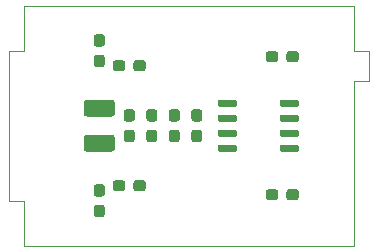
<source format=gbr>
%TF.GenerationSoftware,KiCad,Pcbnew,(5.1.9)-1*%
%TF.CreationDate,2021-08-02T18:10:52+02:00*%
%TF.ProjectId,10_Audio_Facile,31305f41-7564-4696-9f5f-466163696c65,rev?*%
%TF.SameCoordinates,Original*%
%TF.FileFunction,Paste,Top*%
%TF.FilePolarity,Positive*%
%FSLAX46Y46*%
G04 Gerber Fmt 4.6, Leading zero omitted, Abs format (unit mm)*
G04 Created by KiCad (PCBNEW (5.1.9)-1) date 2021-08-02 18:10:52*
%MOMM*%
%LPD*%
G01*
G04 APERTURE LIST*
%TA.AperFunction,Profile*%
%ADD10C,0.050000*%
%TD*%
G04 APERTURE END LIST*
D10*
X130810000Y-67310000D02*
X129540000Y-67310000D01*
X130810000Y-64770000D02*
X130810000Y-67310000D01*
X129540000Y-64770000D02*
X130810000Y-64770000D01*
X129540000Y-60960000D02*
X129540000Y-64770000D01*
X129540000Y-67310000D02*
X129540000Y-81280000D01*
X101600000Y-60960000D02*
X129540000Y-60960000D01*
X101600000Y-77470000D02*
X101600000Y-81280000D01*
X100330000Y-77470000D02*
X101600000Y-77470000D01*
X101600000Y-60960000D02*
X101600000Y-64770000D01*
X101600000Y-64770000D02*
X100330000Y-64770000D01*
X129540000Y-81280000D02*
X101600000Y-81280000D01*
X100330000Y-77470000D02*
X100330000Y-64770000D01*
%TO.C,C1*%
G36*
G01*
X109025000Y-70345000D02*
X106875000Y-70345000D01*
G75*
G02*
X106625000Y-70095000I0J250000D01*
G01*
X106625000Y-69170000D01*
G75*
G02*
X106875000Y-68920000I250000J0D01*
G01*
X109025000Y-68920000D01*
G75*
G02*
X109275000Y-69170000I0J-250000D01*
G01*
X109275000Y-70095000D01*
G75*
G02*
X109025000Y-70345000I-250000J0D01*
G01*
G37*
G36*
G01*
X109025000Y-73320000D02*
X106875000Y-73320000D01*
G75*
G02*
X106625000Y-73070000I0J250000D01*
G01*
X106625000Y-72145000D01*
G75*
G02*
X106875000Y-71895000I250000J0D01*
G01*
X109025000Y-71895000D01*
G75*
G02*
X109275000Y-72145000I0J-250000D01*
G01*
X109275000Y-73070000D01*
G75*
G02*
X109025000Y-73320000I-250000J0D01*
G01*
G37*
%TD*%
%TO.C,C2*%
G36*
G01*
X110727500Y-70770000D02*
X110252500Y-70770000D01*
G75*
G02*
X110015000Y-70532500I0J237500D01*
G01*
X110015000Y-69957500D01*
G75*
G02*
X110252500Y-69720000I237500J0D01*
G01*
X110727500Y-69720000D01*
G75*
G02*
X110965000Y-69957500I0J-237500D01*
G01*
X110965000Y-70532500D01*
G75*
G02*
X110727500Y-70770000I-237500J0D01*
G01*
G37*
G36*
G01*
X110727500Y-72520000D02*
X110252500Y-72520000D01*
G75*
G02*
X110015000Y-72282500I0J237500D01*
G01*
X110015000Y-71707500D01*
G75*
G02*
X110252500Y-71470000I237500J0D01*
G01*
X110727500Y-71470000D01*
G75*
G02*
X110965000Y-71707500I0J-237500D01*
G01*
X110965000Y-72282500D01*
G75*
G02*
X110727500Y-72520000I-237500J0D01*
G01*
G37*
%TD*%
%TO.C,C3*%
G36*
G01*
X112632500Y-70770000D02*
X112157500Y-70770000D01*
G75*
G02*
X111920000Y-70532500I0J237500D01*
G01*
X111920000Y-69957500D01*
G75*
G02*
X112157500Y-69720000I237500J0D01*
G01*
X112632500Y-69720000D01*
G75*
G02*
X112870000Y-69957500I0J-237500D01*
G01*
X112870000Y-70532500D01*
G75*
G02*
X112632500Y-70770000I-237500J0D01*
G01*
G37*
G36*
G01*
X112632500Y-72520000D02*
X112157500Y-72520000D01*
G75*
G02*
X111920000Y-72282500I0J237500D01*
G01*
X111920000Y-71707500D01*
G75*
G02*
X112157500Y-71470000I237500J0D01*
G01*
X112632500Y-71470000D01*
G75*
G02*
X112870000Y-71707500I0J-237500D01*
G01*
X112870000Y-72282500D01*
G75*
G02*
X112632500Y-72520000I-237500J0D01*
G01*
G37*
%TD*%
%TO.C,C4*%
G36*
G01*
X114537500Y-70770000D02*
X114062500Y-70770000D01*
G75*
G02*
X113825000Y-70532500I0J237500D01*
G01*
X113825000Y-69957500D01*
G75*
G02*
X114062500Y-69720000I237500J0D01*
G01*
X114537500Y-69720000D01*
G75*
G02*
X114775000Y-69957500I0J-237500D01*
G01*
X114775000Y-70532500D01*
G75*
G02*
X114537500Y-70770000I-237500J0D01*
G01*
G37*
G36*
G01*
X114537500Y-72520000D02*
X114062500Y-72520000D01*
G75*
G02*
X113825000Y-72282500I0J237500D01*
G01*
X113825000Y-71707500D01*
G75*
G02*
X114062500Y-71470000I237500J0D01*
G01*
X114537500Y-71470000D01*
G75*
G02*
X114775000Y-71707500I0J-237500D01*
G01*
X114775000Y-72282500D01*
G75*
G02*
X114537500Y-72520000I-237500J0D01*
G01*
G37*
%TD*%
%TO.C,C5*%
G36*
G01*
X116442500Y-70770000D02*
X115967500Y-70770000D01*
G75*
G02*
X115730000Y-70532500I0J237500D01*
G01*
X115730000Y-69957500D01*
G75*
G02*
X115967500Y-69720000I237500J0D01*
G01*
X116442500Y-69720000D01*
G75*
G02*
X116680000Y-69957500I0J-237500D01*
G01*
X116680000Y-70532500D01*
G75*
G02*
X116442500Y-70770000I-237500J0D01*
G01*
G37*
G36*
G01*
X116442500Y-72520000D02*
X115967500Y-72520000D01*
G75*
G02*
X115730000Y-72282500I0J237500D01*
G01*
X115730000Y-71707500D01*
G75*
G02*
X115967500Y-71470000I237500J0D01*
G01*
X116442500Y-71470000D01*
G75*
G02*
X116680000Y-71707500I0J-237500D01*
G01*
X116680000Y-72282500D01*
G75*
G02*
X116442500Y-72520000I-237500J0D01*
G01*
G37*
%TD*%
%TO.C,C6*%
G36*
G01*
X108187500Y-64420000D02*
X107712500Y-64420000D01*
G75*
G02*
X107475000Y-64182500I0J237500D01*
G01*
X107475000Y-63607500D01*
G75*
G02*
X107712500Y-63370000I237500J0D01*
G01*
X108187500Y-63370000D01*
G75*
G02*
X108425000Y-63607500I0J-237500D01*
G01*
X108425000Y-64182500D01*
G75*
G02*
X108187500Y-64420000I-237500J0D01*
G01*
G37*
G36*
G01*
X108187500Y-66170000D02*
X107712500Y-66170000D01*
G75*
G02*
X107475000Y-65932500I0J237500D01*
G01*
X107475000Y-65357500D01*
G75*
G02*
X107712500Y-65120000I237500J0D01*
G01*
X108187500Y-65120000D01*
G75*
G02*
X108425000Y-65357500I0J-237500D01*
G01*
X108425000Y-65932500D01*
G75*
G02*
X108187500Y-66170000I-237500J0D01*
G01*
G37*
%TD*%
%TO.C,C7*%
G36*
G01*
X123794000Y-77199500D02*
X123794000Y-76724500D01*
G75*
G02*
X124031500Y-76487000I237500J0D01*
G01*
X124606500Y-76487000D01*
G75*
G02*
X124844000Y-76724500I0J-237500D01*
G01*
X124844000Y-77199500D01*
G75*
G02*
X124606500Y-77437000I-237500J0D01*
G01*
X124031500Y-77437000D01*
G75*
G02*
X123794000Y-77199500I0J237500D01*
G01*
G37*
G36*
G01*
X122044000Y-77199500D02*
X122044000Y-76724500D01*
G75*
G02*
X122281500Y-76487000I237500J0D01*
G01*
X122856500Y-76487000D01*
G75*
G02*
X123094000Y-76724500I0J-237500D01*
G01*
X123094000Y-77199500D01*
G75*
G02*
X122856500Y-77437000I-237500J0D01*
G01*
X122281500Y-77437000D01*
G75*
G02*
X122044000Y-77199500I0J237500D01*
G01*
G37*
%TD*%
%TO.C,C8*%
G36*
G01*
X123794000Y-65515500D02*
X123794000Y-65040500D01*
G75*
G02*
X124031500Y-64803000I237500J0D01*
G01*
X124606500Y-64803000D01*
G75*
G02*
X124844000Y-65040500I0J-237500D01*
G01*
X124844000Y-65515500D01*
G75*
G02*
X124606500Y-65753000I-237500J0D01*
G01*
X124031500Y-65753000D01*
G75*
G02*
X123794000Y-65515500I0J237500D01*
G01*
G37*
G36*
G01*
X122044000Y-65515500D02*
X122044000Y-65040500D01*
G75*
G02*
X122281500Y-64803000I237500J0D01*
G01*
X122856500Y-64803000D01*
G75*
G02*
X123094000Y-65040500I0J-237500D01*
G01*
X123094000Y-65515500D01*
G75*
G02*
X122856500Y-65753000I-237500J0D01*
G01*
X122281500Y-65753000D01*
G75*
G02*
X122044000Y-65515500I0J237500D01*
G01*
G37*
%TD*%
%TO.C,C9*%
G36*
G01*
X108187500Y-77120000D02*
X107712500Y-77120000D01*
G75*
G02*
X107475000Y-76882500I0J237500D01*
G01*
X107475000Y-76307500D01*
G75*
G02*
X107712500Y-76070000I237500J0D01*
G01*
X108187500Y-76070000D01*
G75*
G02*
X108425000Y-76307500I0J-237500D01*
G01*
X108425000Y-76882500D01*
G75*
G02*
X108187500Y-77120000I-237500J0D01*
G01*
G37*
G36*
G01*
X108187500Y-78870000D02*
X107712500Y-78870000D01*
G75*
G02*
X107475000Y-78632500I0J237500D01*
G01*
X107475000Y-78057500D01*
G75*
G02*
X107712500Y-77820000I237500J0D01*
G01*
X108187500Y-77820000D01*
G75*
G02*
X108425000Y-78057500I0J-237500D01*
G01*
X108425000Y-78632500D01*
G75*
G02*
X108187500Y-78870000I-237500J0D01*
G01*
G37*
%TD*%
%TO.C,FB1*%
G36*
G01*
X110140000Y-65802500D02*
X110140000Y-66277500D01*
G75*
G02*
X109902500Y-66515000I-237500J0D01*
G01*
X109327500Y-66515000D01*
G75*
G02*
X109090000Y-66277500I0J237500D01*
G01*
X109090000Y-65802500D01*
G75*
G02*
X109327500Y-65565000I237500J0D01*
G01*
X109902500Y-65565000D01*
G75*
G02*
X110140000Y-65802500I0J-237500D01*
G01*
G37*
G36*
G01*
X111890000Y-65802500D02*
X111890000Y-66277500D01*
G75*
G02*
X111652500Y-66515000I-237500J0D01*
G01*
X111077500Y-66515000D01*
G75*
G02*
X110840000Y-66277500I0J237500D01*
G01*
X110840000Y-65802500D01*
G75*
G02*
X111077500Y-65565000I237500J0D01*
G01*
X111652500Y-65565000D01*
G75*
G02*
X111890000Y-65802500I0J-237500D01*
G01*
G37*
%TD*%
%TO.C,FB2*%
G36*
G01*
X110140000Y-75962500D02*
X110140000Y-76437500D01*
G75*
G02*
X109902500Y-76675000I-237500J0D01*
G01*
X109327500Y-76675000D01*
G75*
G02*
X109090000Y-76437500I0J237500D01*
G01*
X109090000Y-75962500D01*
G75*
G02*
X109327500Y-75725000I237500J0D01*
G01*
X109902500Y-75725000D01*
G75*
G02*
X110140000Y-75962500I0J-237500D01*
G01*
G37*
G36*
G01*
X111890000Y-75962500D02*
X111890000Y-76437500D01*
G75*
G02*
X111652500Y-76675000I-237500J0D01*
G01*
X111077500Y-76675000D01*
G75*
G02*
X110840000Y-76437500I0J237500D01*
G01*
X110840000Y-75962500D01*
G75*
G02*
X111077500Y-75725000I237500J0D01*
G01*
X111652500Y-75725000D01*
G75*
G02*
X111890000Y-75962500I0J-237500D01*
G01*
G37*
%TD*%
%TO.C,U1*%
G36*
G01*
X119612000Y-72875000D02*
X119612000Y-73175000D01*
G75*
G02*
X119462000Y-73325000I-150000J0D01*
G01*
X118112000Y-73325000D01*
G75*
G02*
X117962000Y-73175000I0J150000D01*
G01*
X117962000Y-72875000D01*
G75*
G02*
X118112000Y-72725000I150000J0D01*
G01*
X119462000Y-72725000D01*
G75*
G02*
X119612000Y-72875000I0J-150000D01*
G01*
G37*
G36*
G01*
X119612000Y-71605000D02*
X119612000Y-71905000D01*
G75*
G02*
X119462000Y-72055000I-150000J0D01*
G01*
X118112000Y-72055000D01*
G75*
G02*
X117962000Y-71905000I0J150000D01*
G01*
X117962000Y-71605000D01*
G75*
G02*
X118112000Y-71455000I150000J0D01*
G01*
X119462000Y-71455000D01*
G75*
G02*
X119612000Y-71605000I0J-150000D01*
G01*
G37*
G36*
G01*
X119612000Y-70335000D02*
X119612000Y-70635000D01*
G75*
G02*
X119462000Y-70785000I-150000J0D01*
G01*
X118112000Y-70785000D01*
G75*
G02*
X117962000Y-70635000I0J150000D01*
G01*
X117962000Y-70335000D01*
G75*
G02*
X118112000Y-70185000I150000J0D01*
G01*
X119462000Y-70185000D01*
G75*
G02*
X119612000Y-70335000I0J-150000D01*
G01*
G37*
G36*
G01*
X119612000Y-69065000D02*
X119612000Y-69365000D01*
G75*
G02*
X119462000Y-69515000I-150000J0D01*
G01*
X118112000Y-69515000D01*
G75*
G02*
X117962000Y-69365000I0J150000D01*
G01*
X117962000Y-69065000D01*
G75*
G02*
X118112000Y-68915000I150000J0D01*
G01*
X119462000Y-68915000D01*
G75*
G02*
X119612000Y-69065000I0J-150000D01*
G01*
G37*
G36*
G01*
X124862000Y-69065000D02*
X124862000Y-69365000D01*
G75*
G02*
X124712000Y-69515000I-150000J0D01*
G01*
X123362000Y-69515000D01*
G75*
G02*
X123212000Y-69365000I0J150000D01*
G01*
X123212000Y-69065000D01*
G75*
G02*
X123362000Y-68915000I150000J0D01*
G01*
X124712000Y-68915000D01*
G75*
G02*
X124862000Y-69065000I0J-150000D01*
G01*
G37*
G36*
G01*
X124862000Y-70335000D02*
X124862000Y-70635000D01*
G75*
G02*
X124712000Y-70785000I-150000J0D01*
G01*
X123362000Y-70785000D01*
G75*
G02*
X123212000Y-70635000I0J150000D01*
G01*
X123212000Y-70335000D01*
G75*
G02*
X123362000Y-70185000I150000J0D01*
G01*
X124712000Y-70185000D01*
G75*
G02*
X124862000Y-70335000I0J-150000D01*
G01*
G37*
G36*
G01*
X124862000Y-71605000D02*
X124862000Y-71905000D01*
G75*
G02*
X124712000Y-72055000I-150000J0D01*
G01*
X123362000Y-72055000D01*
G75*
G02*
X123212000Y-71905000I0J150000D01*
G01*
X123212000Y-71605000D01*
G75*
G02*
X123362000Y-71455000I150000J0D01*
G01*
X124712000Y-71455000D01*
G75*
G02*
X124862000Y-71605000I0J-150000D01*
G01*
G37*
G36*
G01*
X124862000Y-72875000D02*
X124862000Y-73175000D01*
G75*
G02*
X124712000Y-73325000I-150000J0D01*
G01*
X123362000Y-73325000D01*
G75*
G02*
X123212000Y-73175000I0J150000D01*
G01*
X123212000Y-72875000D01*
G75*
G02*
X123362000Y-72725000I150000J0D01*
G01*
X124712000Y-72725000D01*
G75*
G02*
X124862000Y-72875000I0J-150000D01*
G01*
G37*
%TD*%
M02*

</source>
